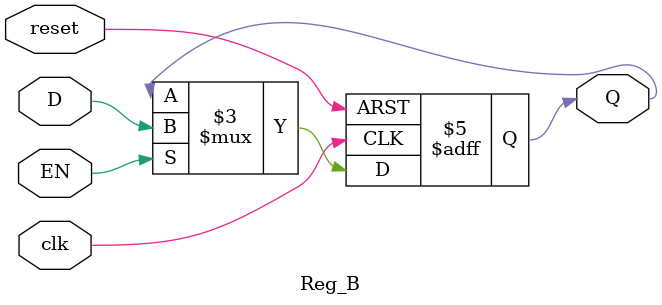
<source format=v>
module Reg_B(input D, input clk, input EN, input reset, output reg Q);
always @(posedge clk or negedge reset)
if(!reset) Q <= 0;
else if(EN) Q <= D;
endmodule


</source>
